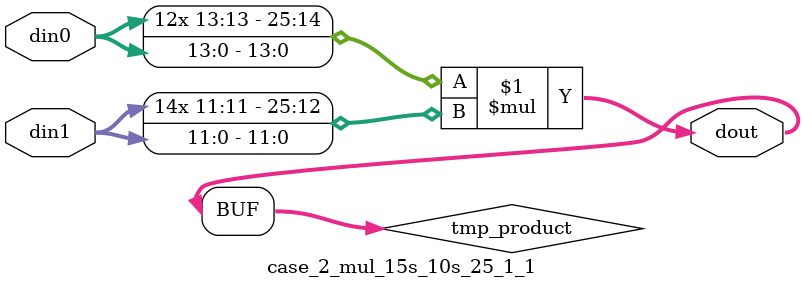
<source format=v>

`timescale 1 ns / 1 ps

 (* use_dsp = "no" *)  module case_2_mul_15s_10s_25_1_1(din0, din1, dout);
parameter ID = 1;
parameter NUM_STAGE = 0;
parameter din0_WIDTH = 14;
parameter din1_WIDTH = 12;
parameter dout_WIDTH = 26;

input [din0_WIDTH - 1 : 0] din0; 
input [din1_WIDTH - 1 : 0] din1; 
output [dout_WIDTH - 1 : 0] dout;

wire signed [dout_WIDTH - 1 : 0] tmp_product;



























assign tmp_product = $signed(din0) * $signed(din1);








assign dout = tmp_product;





















endmodule

</source>
